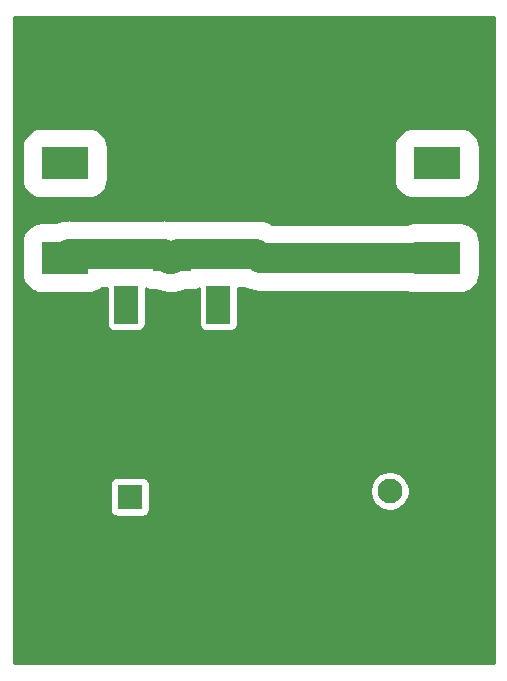
<source format=gbr>
%TF.GenerationSoftware,KiCad,Pcbnew,5.1.6-c6e7f7d~87~ubuntu20.04.1*%
%TF.CreationDate,2020-09-21T11:56:47+02:00*%
%TF.ProjectId,bias-t-extractor-smd,62696173-2d74-42d6-9578-74726163746f,rev?*%
%TF.SameCoordinates,Original*%
%TF.FileFunction,Copper,L2,Bot*%
%TF.FilePolarity,Positive*%
%FSLAX46Y46*%
G04 Gerber Fmt 4.6, Leading zero omitted, Abs format (unit mm)*
G04 Created by KiCad (PCBNEW 5.1.6-c6e7f7d~87~ubuntu20.04.1) date 2020-09-21 11:56:47*
%MOMM*%
%LPD*%
G01*
G04 APERTURE LIST*
%TA.AperFunction,ComponentPad*%
%ADD10R,4.000000X2.700000*%
%TD*%
%TA.AperFunction,ComponentPad*%
%ADD11C,2.100000*%
%TD*%
%TA.AperFunction,ComponentPad*%
%ADD12R,2.100000X2.100000*%
%TD*%
%TA.AperFunction,ComponentPad*%
%ADD13C,7.500000*%
%TD*%
%TA.AperFunction,SMDPad,CuDef*%
%ADD14R,3.200000X2.000000*%
%TD*%
%TA.AperFunction,ConnectorPad*%
%ADD15R,2.000000X3.200000*%
%TD*%
%TA.AperFunction,SMDPad,CuDef*%
%ADD16R,2.000000X3.200000*%
%TD*%
%TA.AperFunction,Conductor*%
%ADD17C,0.700000*%
%TD*%
%TA.AperFunction,Conductor*%
%ADD18C,2.500000*%
%TD*%
%TA.AperFunction,Conductor*%
%ADD19C,0.254000*%
%TD*%
G04 APERTURE END LIST*
D10*
%TO.P,J1,2*%
%TO.N,/RF-GND*%
X42000000Y-40000000D03*
%TO.P,J1,1*%
%TO.N,/RF*%
X42000000Y-32000000D03*
%TD*%
D11*
%TO.P,J2,2*%
%TO.N,/GND*%
X47500000Y-57710000D03*
D12*
%TO.P,J2,1*%
%TO.N,Net-(C2-Pad1)*%
X47500000Y-60250000D03*
%TD*%
D10*
%TO.P,J3,2*%
%TO.N,/RF-GND*%
X73500000Y-40000000D03*
%TO.P,J3,1*%
%TO.N,/RF+DC*%
X73500000Y-32000000D03*
%TD*%
D11*
%TO.P,LA1,2*%
%TO.N,Net-(C2-Pad1)*%
X69500000Y-59750000D03*
D12*
%TO.P,LA1,1*%
%TO.N,/GND*%
X69500000Y-57210000D03*
%TD*%
D13*
%TO.P,H1,1*%
%TO.N,/GND*%
X44500000Y-23500000D03*
%TD*%
%TO.P,H2,1*%
%TO.N,/GND*%
X71000000Y-70500000D03*
%TD*%
%TO.P,H3,1*%
%TO.N,/GND*%
X44500000Y-70500000D03*
%TD*%
%TO.P,H4,1*%
%TO.N,/GND*%
X71000000Y-23500000D03*
%TD*%
D14*
%TO.P,L1,1*%
%TO.N,/RF-GND*%
X51100000Y-40100000D03*
%TO.P,L1,2*%
%TO.N,/GND*%
X51100000Y-47900000D03*
D15*
%TO.P,L1,3*%
%TO.N,N/C*%
X55000000Y-44000000D03*
D16*
%TO.P,L1,4*%
X47200000Y-44000000D03*
%TD*%
D17*
%TO.N,/RF-GND*%
X51200000Y-40000000D02*
X51100000Y-40100000D01*
X42100000Y-40100000D02*
X42000000Y-40000000D01*
D18*
X51550001Y-39649999D02*
X51100000Y-40100000D01*
X58200001Y-39649999D02*
X51550001Y-39649999D01*
X58550002Y-40000000D02*
X58200001Y-39649999D01*
X73500000Y-40000000D02*
X58550002Y-40000000D01*
X42350001Y-39649999D02*
X42000000Y-40000000D01*
X50400001Y-39649999D02*
X42350001Y-39649999D01*
X50850002Y-40100000D02*
X50400001Y-39649999D01*
X51100000Y-40100000D02*
X50850002Y-40100000D01*
%TD*%
D19*
%TO.N,/GND*%
G36*
X78340001Y-74340000D02*
G01*
X37660000Y-74340000D01*
X37660000Y-59200000D01*
X45811928Y-59200000D01*
X45811928Y-61300000D01*
X45824188Y-61424482D01*
X45860498Y-61544180D01*
X45919463Y-61654494D01*
X45998815Y-61751185D01*
X46095506Y-61830537D01*
X46205820Y-61889502D01*
X46325518Y-61925812D01*
X46450000Y-61938072D01*
X48550000Y-61938072D01*
X48674482Y-61925812D01*
X48794180Y-61889502D01*
X48904494Y-61830537D01*
X49001185Y-61751185D01*
X49080537Y-61654494D01*
X49139502Y-61544180D01*
X49175812Y-61424482D01*
X49188072Y-61300000D01*
X49188072Y-59584042D01*
X67815000Y-59584042D01*
X67815000Y-59915958D01*
X67879754Y-60241496D01*
X68006772Y-60548147D01*
X68191175Y-60824125D01*
X68425875Y-61058825D01*
X68701853Y-61243228D01*
X69008504Y-61370246D01*
X69334042Y-61435000D01*
X69665958Y-61435000D01*
X69991496Y-61370246D01*
X70298147Y-61243228D01*
X70574125Y-61058825D01*
X70808825Y-60824125D01*
X70993228Y-60548147D01*
X71120246Y-60241496D01*
X71185000Y-59915958D01*
X71185000Y-59584042D01*
X71120246Y-59258504D01*
X70993228Y-58951853D01*
X70808825Y-58675875D01*
X70574125Y-58441175D01*
X70298147Y-58256772D01*
X69991496Y-58129754D01*
X69665958Y-58065000D01*
X69334042Y-58065000D01*
X69008504Y-58129754D01*
X68701853Y-58256772D01*
X68425875Y-58441175D01*
X68191175Y-58675875D01*
X68006772Y-58951853D01*
X67879754Y-59258504D01*
X67815000Y-59584042D01*
X49188072Y-59584042D01*
X49188072Y-59200000D01*
X49175812Y-59075518D01*
X49139502Y-58955820D01*
X49080537Y-58845506D01*
X49001185Y-58748815D01*
X48904494Y-58669463D01*
X48794180Y-58610498D01*
X48674482Y-58574188D01*
X48550000Y-58561928D01*
X46450000Y-58561928D01*
X46325518Y-58574188D01*
X46205820Y-58610498D01*
X46095506Y-58669463D01*
X45998815Y-58748815D01*
X45919463Y-58845506D01*
X45860498Y-58955820D01*
X45824188Y-59075518D01*
X45811928Y-59200000D01*
X37660000Y-59200000D01*
X37660000Y-38650000D01*
X38365128Y-38650000D01*
X38365128Y-41350000D01*
X38396542Y-41668948D01*
X38489575Y-41975638D01*
X38640654Y-42258286D01*
X38843971Y-42506029D01*
X39091714Y-42709346D01*
X39374362Y-42860425D01*
X39681052Y-42953458D01*
X40000000Y-42984872D01*
X44000000Y-42984872D01*
X44318948Y-42953458D01*
X44625638Y-42860425D01*
X44908286Y-42709346D01*
X45130477Y-42526999D01*
X45561928Y-42526999D01*
X45561928Y-45600000D01*
X45574188Y-45724482D01*
X45610498Y-45844180D01*
X45669463Y-45954494D01*
X45748815Y-46051185D01*
X45845506Y-46130537D01*
X45955820Y-46189502D01*
X46075518Y-46225812D01*
X46200000Y-46238072D01*
X48200000Y-46238072D01*
X48324482Y-46225812D01*
X48444180Y-46189502D01*
X48554494Y-46130537D01*
X48651185Y-46051185D01*
X48730537Y-45954494D01*
X48789502Y-45844180D01*
X48825812Y-45724482D01*
X48838072Y-45600000D01*
X48838072Y-42591028D01*
X48874362Y-42610425D01*
X49181052Y-42703458D01*
X49500000Y-42734872D01*
X49676363Y-42734872D01*
X49743695Y-42770862D01*
X50286011Y-42935372D01*
X50708669Y-42977000D01*
X50708672Y-42977000D01*
X50850002Y-42990920D01*
X50975005Y-42978608D01*
X51100000Y-42990919D01*
X51241322Y-42977000D01*
X51241333Y-42977000D01*
X51663991Y-42935372D01*
X52206307Y-42770862D01*
X52273639Y-42734872D01*
X52700000Y-42734872D01*
X53018948Y-42703458D01*
X53325638Y-42610425D01*
X53361928Y-42591028D01*
X53361928Y-45600000D01*
X53374188Y-45724482D01*
X53410498Y-45844180D01*
X53469463Y-45954494D01*
X53548815Y-46051185D01*
X53645506Y-46130537D01*
X53755820Y-46189502D01*
X53875518Y-46225812D01*
X54000000Y-46238072D01*
X56000000Y-46238072D01*
X56124482Y-46225812D01*
X56244180Y-46189502D01*
X56354494Y-46130537D01*
X56451185Y-46051185D01*
X56530537Y-45954494D01*
X56589502Y-45844180D01*
X56625812Y-45724482D01*
X56638072Y-45600000D01*
X56638072Y-42526999D01*
X57174547Y-42526999D01*
X57443695Y-42670862D01*
X57986011Y-42835372D01*
X58408669Y-42877000D01*
X58408679Y-42877000D01*
X58550001Y-42890919D01*
X58691324Y-42877000D01*
X70929003Y-42877000D01*
X71181052Y-42953458D01*
X71500000Y-42984872D01*
X75500000Y-42984872D01*
X75818948Y-42953458D01*
X76125638Y-42860425D01*
X76408286Y-42709346D01*
X76656029Y-42506029D01*
X76859346Y-42258286D01*
X77010425Y-41975638D01*
X77103458Y-41668948D01*
X77134872Y-41350000D01*
X77134872Y-38650000D01*
X77103458Y-38331052D01*
X77010425Y-38024362D01*
X76859346Y-37741714D01*
X76656029Y-37493971D01*
X76408286Y-37290654D01*
X76125638Y-37139575D01*
X75818948Y-37046542D01*
X75500000Y-37015128D01*
X71500000Y-37015128D01*
X71181052Y-37046542D01*
X70929003Y-37123000D01*
X59575456Y-37123000D01*
X59306308Y-36979137D01*
X58763992Y-36814627D01*
X58341334Y-36772999D01*
X58341323Y-36772999D01*
X58200001Y-36759080D01*
X58058679Y-36772999D01*
X51691331Y-36772999D01*
X51550001Y-36759079D01*
X51408671Y-36772999D01*
X51408668Y-36772999D01*
X50986010Y-36814627D01*
X50975001Y-36817967D01*
X50963992Y-36814627D01*
X50541334Y-36772999D01*
X50541323Y-36772999D01*
X50400001Y-36759080D01*
X50258679Y-36772999D01*
X42491323Y-36772999D01*
X42350000Y-36759080D01*
X42208678Y-36772999D01*
X42208668Y-36772999D01*
X41786010Y-36814627D01*
X41243694Y-36979137D01*
X41176360Y-37015128D01*
X40000000Y-37015128D01*
X39681052Y-37046542D01*
X39374362Y-37139575D01*
X39091714Y-37290654D01*
X38843971Y-37493971D01*
X38640654Y-37741714D01*
X38489575Y-38024362D01*
X38396542Y-38331052D01*
X38365128Y-38650000D01*
X37660000Y-38650000D01*
X37660000Y-30650000D01*
X38365128Y-30650000D01*
X38365128Y-33350000D01*
X38396542Y-33668948D01*
X38489575Y-33975638D01*
X38640654Y-34258286D01*
X38843971Y-34506029D01*
X39091714Y-34709346D01*
X39374362Y-34860425D01*
X39681052Y-34953458D01*
X40000000Y-34984872D01*
X44000000Y-34984872D01*
X44318948Y-34953458D01*
X44625638Y-34860425D01*
X44908286Y-34709346D01*
X45156029Y-34506029D01*
X45359346Y-34258286D01*
X45510425Y-33975638D01*
X45603458Y-33668948D01*
X45634872Y-33350000D01*
X45634872Y-30650000D01*
X69865128Y-30650000D01*
X69865128Y-33350000D01*
X69896542Y-33668948D01*
X69989575Y-33975638D01*
X70140654Y-34258286D01*
X70343971Y-34506029D01*
X70591714Y-34709346D01*
X70874362Y-34860425D01*
X71181052Y-34953458D01*
X71500000Y-34984872D01*
X75500000Y-34984872D01*
X75818948Y-34953458D01*
X76125638Y-34860425D01*
X76408286Y-34709346D01*
X76656029Y-34506029D01*
X76859346Y-34258286D01*
X77010425Y-33975638D01*
X77103458Y-33668948D01*
X77134872Y-33350000D01*
X77134872Y-30650000D01*
X77103458Y-30331052D01*
X77010425Y-30024362D01*
X76859346Y-29741714D01*
X76656029Y-29493971D01*
X76408286Y-29290654D01*
X76125638Y-29139575D01*
X75818948Y-29046542D01*
X75500000Y-29015128D01*
X71500000Y-29015128D01*
X71181052Y-29046542D01*
X70874362Y-29139575D01*
X70591714Y-29290654D01*
X70343971Y-29493971D01*
X70140654Y-29741714D01*
X69989575Y-30024362D01*
X69896542Y-30331052D01*
X69865128Y-30650000D01*
X45634872Y-30650000D01*
X45603458Y-30331052D01*
X45510425Y-30024362D01*
X45359346Y-29741714D01*
X45156029Y-29493971D01*
X44908286Y-29290654D01*
X44625638Y-29139575D01*
X44318948Y-29046542D01*
X44000000Y-29015128D01*
X40000000Y-29015128D01*
X39681052Y-29046542D01*
X39374362Y-29139575D01*
X39091714Y-29290654D01*
X38843971Y-29493971D01*
X38640654Y-29741714D01*
X38489575Y-30024362D01*
X38396542Y-30331052D01*
X38365128Y-30650000D01*
X37660000Y-30650000D01*
X37660000Y-19660000D01*
X78340000Y-19660000D01*
X78340001Y-74340000D01*
G37*
X78340001Y-74340000D02*
X37660000Y-74340000D01*
X37660000Y-59200000D01*
X45811928Y-59200000D01*
X45811928Y-61300000D01*
X45824188Y-61424482D01*
X45860498Y-61544180D01*
X45919463Y-61654494D01*
X45998815Y-61751185D01*
X46095506Y-61830537D01*
X46205820Y-61889502D01*
X46325518Y-61925812D01*
X46450000Y-61938072D01*
X48550000Y-61938072D01*
X48674482Y-61925812D01*
X48794180Y-61889502D01*
X48904494Y-61830537D01*
X49001185Y-61751185D01*
X49080537Y-61654494D01*
X49139502Y-61544180D01*
X49175812Y-61424482D01*
X49188072Y-61300000D01*
X49188072Y-59584042D01*
X67815000Y-59584042D01*
X67815000Y-59915958D01*
X67879754Y-60241496D01*
X68006772Y-60548147D01*
X68191175Y-60824125D01*
X68425875Y-61058825D01*
X68701853Y-61243228D01*
X69008504Y-61370246D01*
X69334042Y-61435000D01*
X69665958Y-61435000D01*
X69991496Y-61370246D01*
X70298147Y-61243228D01*
X70574125Y-61058825D01*
X70808825Y-60824125D01*
X70993228Y-60548147D01*
X71120246Y-60241496D01*
X71185000Y-59915958D01*
X71185000Y-59584042D01*
X71120246Y-59258504D01*
X70993228Y-58951853D01*
X70808825Y-58675875D01*
X70574125Y-58441175D01*
X70298147Y-58256772D01*
X69991496Y-58129754D01*
X69665958Y-58065000D01*
X69334042Y-58065000D01*
X69008504Y-58129754D01*
X68701853Y-58256772D01*
X68425875Y-58441175D01*
X68191175Y-58675875D01*
X68006772Y-58951853D01*
X67879754Y-59258504D01*
X67815000Y-59584042D01*
X49188072Y-59584042D01*
X49188072Y-59200000D01*
X49175812Y-59075518D01*
X49139502Y-58955820D01*
X49080537Y-58845506D01*
X49001185Y-58748815D01*
X48904494Y-58669463D01*
X48794180Y-58610498D01*
X48674482Y-58574188D01*
X48550000Y-58561928D01*
X46450000Y-58561928D01*
X46325518Y-58574188D01*
X46205820Y-58610498D01*
X46095506Y-58669463D01*
X45998815Y-58748815D01*
X45919463Y-58845506D01*
X45860498Y-58955820D01*
X45824188Y-59075518D01*
X45811928Y-59200000D01*
X37660000Y-59200000D01*
X37660000Y-38650000D01*
X38365128Y-38650000D01*
X38365128Y-41350000D01*
X38396542Y-41668948D01*
X38489575Y-41975638D01*
X38640654Y-42258286D01*
X38843971Y-42506029D01*
X39091714Y-42709346D01*
X39374362Y-42860425D01*
X39681052Y-42953458D01*
X40000000Y-42984872D01*
X44000000Y-42984872D01*
X44318948Y-42953458D01*
X44625638Y-42860425D01*
X44908286Y-42709346D01*
X45130477Y-42526999D01*
X45561928Y-42526999D01*
X45561928Y-45600000D01*
X45574188Y-45724482D01*
X45610498Y-45844180D01*
X45669463Y-45954494D01*
X45748815Y-46051185D01*
X45845506Y-46130537D01*
X45955820Y-46189502D01*
X46075518Y-46225812D01*
X46200000Y-46238072D01*
X48200000Y-46238072D01*
X48324482Y-46225812D01*
X48444180Y-46189502D01*
X48554494Y-46130537D01*
X48651185Y-46051185D01*
X48730537Y-45954494D01*
X48789502Y-45844180D01*
X48825812Y-45724482D01*
X48838072Y-45600000D01*
X48838072Y-42591028D01*
X48874362Y-42610425D01*
X49181052Y-42703458D01*
X49500000Y-42734872D01*
X49676363Y-42734872D01*
X49743695Y-42770862D01*
X50286011Y-42935372D01*
X50708669Y-42977000D01*
X50708672Y-42977000D01*
X50850002Y-42990920D01*
X50975005Y-42978608D01*
X51100000Y-42990919D01*
X51241322Y-42977000D01*
X51241333Y-42977000D01*
X51663991Y-42935372D01*
X52206307Y-42770862D01*
X52273639Y-42734872D01*
X52700000Y-42734872D01*
X53018948Y-42703458D01*
X53325638Y-42610425D01*
X53361928Y-42591028D01*
X53361928Y-45600000D01*
X53374188Y-45724482D01*
X53410498Y-45844180D01*
X53469463Y-45954494D01*
X53548815Y-46051185D01*
X53645506Y-46130537D01*
X53755820Y-46189502D01*
X53875518Y-46225812D01*
X54000000Y-46238072D01*
X56000000Y-46238072D01*
X56124482Y-46225812D01*
X56244180Y-46189502D01*
X56354494Y-46130537D01*
X56451185Y-46051185D01*
X56530537Y-45954494D01*
X56589502Y-45844180D01*
X56625812Y-45724482D01*
X56638072Y-45600000D01*
X56638072Y-42526999D01*
X57174547Y-42526999D01*
X57443695Y-42670862D01*
X57986011Y-42835372D01*
X58408669Y-42877000D01*
X58408679Y-42877000D01*
X58550001Y-42890919D01*
X58691324Y-42877000D01*
X70929003Y-42877000D01*
X71181052Y-42953458D01*
X71500000Y-42984872D01*
X75500000Y-42984872D01*
X75818948Y-42953458D01*
X76125638Y-42860425D01*
X76408286Y-42709346D01*
X76656029Y-42506029D01*
X76859346Y-42258286D01*
X77010425Y-41975638D01*
X77103458Y-41668948D01*
X77134872Y-41350000D01*
X77134872Y-38650000D01*
X77103458Y-38331052D01*
X77010425Y-38024362D01*
X76859346Y-37741714D01*
X76656029Y-37493971D01*
X76408286Y-37290654D01*
X76125638Y-37139575D01*
X75818948Y-37046542D01*
X75500000Y-37015128D01*
X71500000Y-37015128D01*
X71181052Y-37046542D01*
X70929003Y-37123000D01*
X59575456Y-37123000D01*
X59306308Y-36979137D01*
X58763992Y-36814627D01*
X58341334Y-36772999D01*
X58341323Y-36772999D01*
X58200001Y-36759080D01*
X58058679Y-36772999D01*
X51691331Y-36772999D01*
X51550001Y-36759079D01*
X51408671Y-36772999D01*
X51408668Y-36772999D01*
X50986010Y-36814627D01*
X50975001Y-36817967D01*
X50963992Y-36814627D01*
X50541334Y-36772999D01*
X50541323Y-36772999D01*
X50400001Y-36759080D01*
X50258679Y-36772999D01*
X42491323Y-36772999D01*
X42350000Y-36759080D01*
X42208678Y-36772999D01*
X42208668Y-36772999D01*
X41786010Y-36814627D01*
X41243694Y-36979137D01*
X41176360Y-37015128D01*
X40000000Y-37015128D01*
X39681052Y-37046542D01*
X39374362Y-37139575D01*
X39091714Y-37290654D01*
X38843971Y-37493971D01*
X38640654Y-37741714D01*
X38489575Y-38024362D01*
X38396542Y-38331052D01*
X38365128Y-38650000D01*
X37660000Y-38650000D01*
X37660000Y-30650000D01*
X38365128Y-30650000D01*
X38365128Y-33350000D01*
X38396542Y-33668948D01*
X38489575Y-33975638D01*
X38640654Y-34258286D01*
X38843971Y-34506029D01*
X39091714Y-34709346D01*
X39374362Y-34860425D01*
X39681052Y-34953458D01*
X40000000Y-34984872D01*
X44000000Y-34984872D01*
X44318948Y-34953458D01*
X44625638Y-34860425D01*
X44908286Y-34709346D01*
X45156029Y-34506029D01*
X45359346Y-34258286D01*
X45510425Y-33975638D01*
X45603458Y-33668948D01*
X45634872Y-33350000D01*
X45634872Y-30650000D01*
X69865128Y-30650000D01*
X69865128Y-33350000D01*
X69896542Y-33668948D01*
X69989575Y-33975638D01*
X70140654Y-34258286D01*
X70343971Y-34506029D01*
X70591714Y-34709346D01*
X70874362Y-34860425D01*
X71181052Y-34953458D01*
X71500000Y-34984872D01*
X75500000Y-34984872D01*
X75818948Y-34953458D01*
X76125638Y-34860425D01*
X76408286Y-34709346D01*
X76656029Y-34506029D01*
X76859346Y-34258286D01*
X77010425Y-33975638D01*
X77103458Y-33668948D01*
X77134872Y-33350000D01*
X77134872Y-30650000D01*
X77103458Y-30331052D01*
X77010425Y-30024362D01*
X76859346Y-29741714D01*
X76656029Y-29493971D01*
X76408286Y-29290654D01*
X76125638Y-29139575D01*
X75818948Y-29046542D01*
X75500000Y-29015128D01*
X71500000Y-29015128D01*
X71181052Y-29046542D01*
X70874362Y-29139575D01*
X70591714Y-29290654D01*
X70343971Y-29493971D01*
X70140654Y-29741714D01*
X69989575Y-30024362D01*
X69896542Y-30331052D01*
X69865128Y-30650000D01*
X45634872Y-30650000D01*
X45603458Y-30331052D01*
X45510425Y-30024362D01*
X45359346Y-29741714D01*
X45156029Y-29493971D01*
X44908286Y-29290654D01*
X44625638Y-29139575D01*
X44318948Y-29046542D01*
X44000000Y-29015128D01*
X40000000Y-29015128D01*
X39681052Y-29046542D01*
X39374362Y-29139575D01*
X39091714Y-29290654D01*
X38843971Y-29493971D01*
X38640654Y-29741714D01*
X38489575Y-30024362D01*
X38396542Y-30331052D01*
X38365128Y-30650000D01*
X37660000Y-30650000D01*
X37660000Y-19660000D01*
X78340000Y-19660000D01*
X78340001Y-74340000D01*
%TD*%
M02*

</source>
